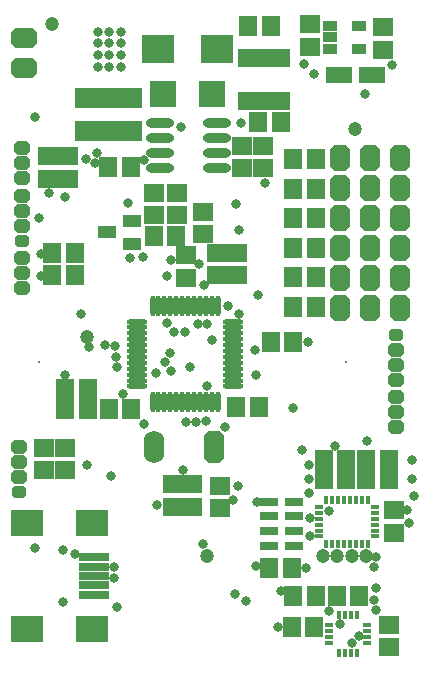
<source format=gts>
%FSLAX25Y25*%
%MOIN*%
G70*
G01*
G75*
G04 Layer_Color=8388736*
%ADD10R,0.05906X0.05118*%
%ADD11R,0.05118X0.05906*%
%ADD12R,0.10630X0.06299*%
%ADD13R,0.07874X0.07874*%
%ADD14C,0.03937*%
%ADD15R,0.10236X0.08661*%
%ADD16R,0.07874X0.04724*%
%ADD17R,0.05118X0.06299*%
%ADD18R,0.05512X0.03543*%
%ADD19R,0.09843X0.07874*%
%ADD20R,0.09055X0.01969*%
%ADD21R,0.16535X0.05512*%
%ADD22O,0.08661X0.02362*%
%ADD23R,0.04331X0.02559*%
%ADD24O,0.00984X0.05906*%
%ADD25O,0.05906X0.00984*%
%ADD26R,0.02362X0.00984*%
%ADD27R,0.00984X0.02362*%
%ADD28R,0.02165X0.00984*%
%ADD29R,0.00984X0.02165*%
%ADD30R,0.05118X0.02165*%
%ADD31C,0.01181*%
%ADD32C,0.00800*%
%ADD33C,0.01200*%
%ADD34C,0.02000*%
%ADD35C,0.01000*%
%ADD36C,0.00787*%
%ADD37C,0.01969*%
%ADD38C,0.02362*%
G04:AMPARAMS|DCode=39|XSize=35.43mil|YSize=47.24mil|CornerRadius=0mil|HoleSize=0mil|Usage=FLASHONLY|Rotation=90.000|XOffset=0mil|YOffset=0mil|HoleType=Round|Shape=Octagon|*
%AMOCTAGOND39*
4,1,8,-0.02362,-0.00886,-0.02362,0.00886,-0.01476,0.01772,0.01476,0.01772,0.02362,0.00886,0.02362,-0.00886,0.01476,-0.01772,-0.01476,-0.01772,-0.02362,-0.00886,0.0*
%
%ADD39OCTAGOND39*%

G04:AMPARAMS|DCode=40|XSize=80mil|YSize=60mil|CornerRadius=0mil|HoleSize=0mil|Usage=FLASHONLY|Rotation=90.000|XOffset=0mil|YOffset=0mil|HoleType=Round|Shape=Octagon|*
%AMOCTAGOND40*
4,1,8,0.01500,0.04000,-0.01500,0.04000,-0.03000,0.02500,-0.03000,-0.02500,-0.01500,-0.04000,0.01500,-0.04000,0.03000,-0.02500,0.03000,0.02500,0.01500,0.04000,0.0*
%
%ADD40OCTAGOND40*%

G04:AMPARAMS|DCode=41|XSize=31.5mil|YSize=39.37mil|CornerRadius=0mil|HoleSize=0mil|Usage=FLASHONLY|Rotation=270.000|XOffset=0mil|YOffset=0mil|HoleType=Round|Shape=Octagon|*
%AMOCTAGOND41*
4,1,8,0.01969,0.00787,0.01969,-0.00787,0.01181,-0.01575,-0.01181,-0.01575,-0.01969,-0.00787,-0.01969,0.00787,-0.01181,0.01575,0.01181,0.01575,0.01969,0.00787,0.0*
%
%ADD41OCTAGOND41*%

G04:AMPARAMS|DCode=42|XSize=80mil|YSize=60mil|CornerRadius=0mil|HoleSize=0mil|Usage=FLASHONLY|Rotation=0.000|XOffset=0mil|YOffset=0mil|HoleType=Round|Shape=Octagon|*
%AMOCTAGOND42*
4,1,8,0.04000,-0.01500,0.04000,0.01500,0.02500,0.03000,-0.02500,0.03000,-0.04000,0.01500,-0.04000,-0.01500,-0.02500,-0.03000,0.02500,-0.03000,0.04000,-0.01500,0.0*
%
%ADD42OCTAGOND42*%

G04:AMPARAMS|DCode=43|XSize=100mil|YSize=60mil|CornerRadius=0mil|HoleSize=0mil|Usage=FLASHONLY|Rotation=270.000|XOffset=0mil|YOffset=0mil|HoleType=Round|Shape=Octagon|*
%AMOCTAGOND43*
4,1,8,-0.01500,-0.05000,0.01500,-0.05000,0.03000,-0.03500,0.03000,0.03500,0.01500,0.05000,-0.01500,0.05000,-0.03000,0.03500,-0.03000,-0.03500,-0.01500,-0.05000,0.0*
%
%ADD43OCTAGOND43*%

%ADD44O,0.06000X0.10000*%
%ADD45R,0.06102X0.03937*%
%ADD46R,0.03150X0.05906*%
%ADD47R,0.05906X0.05906*%
%ADD48R,0.06890X0.02756*%
%ADD49R,0.05906X0.05118*%
%ADD50R,0.05512X0.03150*%
%ADD51R,0.09449X0.02913*%
%ADD52C,0.00984*%
%ADD53C,0.02362*%
%ADD54C,0.00394*%
%ADD55C,0.00827*%
%ADD56C,0.00600*%
%ADD57R,0.03937X0.10236*%
%ADD58R,0.06706X0.05918*%
%ADD59R,0.05918X0.06706*%
%ADD60R,0.11430X0.07099*%
%ADD61R,0.08674X0.08674*%
%ADD62C,0.04737*%
%ADD63R,0.11036X0.09461*%
%ADD64R,0.08674X0.05524*%
%ADD65R,0.05918X0.07099*%
%ADD66R,0.06312X0.04343*%
%ADD67R,0.10642X0.08674*%
%ADD68R,0.09855X0.02769*%
%ADD69R,0.17335X0.06312*%
%ADD70O,0.09461X0.03162*%
%ADD71R,0.05131X0.03359*%
%ADD72O,0.01784X0.06706*%
%ADD73O,0.06706X0.01784*%
%ADD74R,0.03162X0.01784*%
%ADD75R,0.01784X0.03162*%
%ADD76R,0.02965X0.01784*%
%ADD77R,0.01784X0.02965*%
%ADD78R,0.05918X0.02965*%
%ADD79R,0.00800X0.00800*%
%ADD80C,0.03162*%
G04:AMPARAMS|DCode=81|XSize=43.43mil|YSize=55.24mil|CornerRadius=0mil|HoleSize=0mil|Usage=FLASHONLY|Rotation=90.000|XOffset=0mil|YOffset=0mil|HoleType=Round|Shape=Octagon|*
%AMOCTAGOND81*
4,1,8,-0.02762,-0.01086,-0.02762,0.01086,-0.01676,0.02172,0.01676,0.02172,0.02762,0.01086,0.02762,-0.01086,0.01676,-0.02172,-0.01676,-0.02172,-0.02762,-0.01086,0.0*
%
%ADD81OCTAGOND81*%

G04:AMPARAMS|DCode=82|XSize=88mil|YSize=68mil|CornerRadius=0mil|HoleSize=0mil|Usage=FLASHONLY|Rotation=90.000|XOffset=0mil|YOffset=0mil|HoleType=Round|Shape=Octagon|*
%AMOCTAGOND82*
4,1,8,0.01700,0.04400,-0.01700,0.04400,-0.03400,0.02700,-0.03400,-0.02700,-0.01700,-0.04400,0.01700,-0.04400,0.03400,-0.02700,0.03400,0.02700,0.01700,0.04400,0.0*
%
%ADD82OCTAGOND82*%

G04:AMPARAMS|DCode=83|XSize=39.5mil|YSize=47.37mil|CornerRadius=0mil|HoleSize=0mil|Usage=FLASHONLY|Rotation=270.000|XOffset=0mil|YOffset=0mil|HoleType=Round|Shape=Octagon|*
%AMOCTAGOND83*
4,1,8,0.02369,0.00987,0.02369,-0.00987,0.01381,-0.01975,-0.01381,-0.01975,-0.02369,-0.00987,-0.02369,0.00987,-0.01381,0.01975,0.01381,0.01975,0.02369,0.00987,0.0*
%
%ADD83OCTAGOND83*%

G04:AMPARAMS|DCode=84|XSize=88mil|YSize=68mil|CornerRadius=0mil|HoleSize=0mil|Usage=FLASHONLY|Rotation=0.000|XOffset=0mil|YOffset=0mil|HoleType=Round|Shape=Octagon|*
%AMOCTAGOND84*
4,1,8,0.04400,-0.01700,0.04400,0.01700,0.02700,0.03400,-0.02700,0.03400,-0.04400,0.01700,-0.04400,-0.01700,-0.02700,-0.03400,0.02700,-0.03400,0.04400,-0.01700,0.0*
%
%ADD84OCTAGOND84*%

G04:AMPARAMS|DCode=85|XSize=108mil|YSize=68mil|CornerRadius=0mil|HoleSize=0mil|Usage=FLASHONLY|Rotation=270.000|XOffset=0mil|YOffset=0mil|HoleType=Round|Shape=Octagon|*
%AMOCTAGOND85*
4,1,8,-0.01700,-0.05400,0.01700,-0.05400,0.03400,-0.03700,0.03400,0.03700,0.01700,0.05400,-0.01700,0.05400,-0.03400,0.03700,-0.03400,-0.03700,-0.01700,-0.05400,0.0*
%
%ADD85OCTAGOND85*%

%ADD86O,0.06800X0.10800*%
%ADD87R,0.00800X0.00800*%
D58*
X469488Y348228D02*
D03*
Y355709D02*
D03*
X476378D02*
D03*
Y348228D02*
D03*
X491929Y396063D02*
D03*
Y388583D02*
D03*
X518504Y195866D02*
D03*
Y188386D02*
D03*
X467717Y312402D02*
D03*
Y319882D02*
D03*
X462205Y242323D02*
D03*
Y234842D02*
D03*
X461024Y312402D02*
D03*
Y319882D02*
D03*
X516339Y395079D02*
D03*
Y387598D02*
D03*
X450787Y311614D02*
D03*
Y319094D02*
D03*
X452756Y242717D02*
D03*
Y235236D02*
D03*
X446457Y242717D02*
D03*
Y235236D02*
D03*
X440158Y339961D02*
D03*
Y332480D02*
D03*
X447638Y339961D02*
D03*
Y332480D02*
D03*
X456299Y326181D02*
D03*
Y333661D02*
D03*
X520079Y226575D02*
D03*
Y234055D02*
D03*
X404724Y352165D02*
D03*
Y344685D02*
D03*
X411417Y352165D02*
D03*
Y344685D02*
D03*
X410236Y247441D02*
D03*
Y254921D02*
D03*
X403543Y247441D02*
D03*
Y254921D02*
D03*
D59*
X478937Y395472D02*
D03*
X471457D02*
D03*
X482283Y363583D02*
D03*
X474803D02*
D03*
X432283Y348622D02*
D03*
X424803D02*
D03*
X478937Y290158D02*
D03*
X486417D02*
D03*
X425000Y267717D02*
D03*
X432480D02*
D03*
X475000Y268504D02*
D03*
X467520D02*
D03*
X510827Y250787D02*
D03*
X518307D02*
D03*
X510827Y244488D02*
D03*
X518307D02*
D03*
X504134D02*
D03*
X496654D02*
D03*
X504134Y250787D02*
D03*
X496654D02*
D03*
X493504Y195276D02*
D03*
X486024D02*
D03*
X493898Y205512D02*
D03*
X486417D02*
D03*
X478543Y214961D02*
D03*
X486024D02*
D03*
X508465Y205512D02*
D03*
X500984D02*
D03*
X410433Y267717D02*
D03*
X417913D02*
D03*
X417913Y274410D02*
D03*
X410433D02*
D03*
X439961Y325590D02*
D03*
X447441D02*
D03*
X486417Y351181D02*
D03*
X493898D02*
D03*
X486417Y341339D02*
D03*
X493898D02*
D03*
X486417Y301969D02*
D03*
X493898D02*
D03*
X486417Y311811D02*
D03*
X493898D02*
D03*
X486417Y321654D02*
D03*
X493898D02*
D03*
X486417Y331496D02*
D03*
X493898D02*
D03*
D60*
X419488Y371457D02*
D03*
Y360433D02*
D03*
X430512Y371457D02*
D03*
Y360433D02*
D03*
D61*
X442913Y373031D02*
D03*
X459449D02*
D03*
D62*
X417717Y291929D02*
D03*
X501181Y218898D02*
D03*
X505905D02*
D03*
X496360D02*
D03*
X510630D02*
D03*
X406102Y396260D02*
D03*
X457874Y218898D02*
D03*
X506890Y361221D02*
D03*
D63*
X461024Y387992D02*
D03*
X441339D02*
D03*
D64*
X501575Y379134D02*
D03*
X512598D02*
D03*
D65*
X413583Y312692D02*
D03*
X406102D02*
D03*
X413583Y319779D02*
D03*
X406102D02*
D03*
D66*
X424409Y326772D02*
D03*
X432677Y323031D02*
D03*
Y330512D02*
D03*
D67*
X419488Y194685D02*
D03*
Y229724D02*
D03*
X397835D02*
D03*
Y194685D02*
D03*
D68*
X419882Y205906D02*
D03*
Y209055D02*
D03*
Y212205D02*
D03*
Y215354D02*
D03*
Y218504D02*
D03*
D69*
X476772Y385039D02*
D03*
Y370472D02*
D03*
D70*
X461024Y348209D02*
D03*
Y353209D02*
D03*
Y358209D02*
D03*
Y363209D02*
D03*
X442126Y348209D02*
D03*
Y353209D02*
D03*
Y358209D02*
D03*
Y363209D02*
D03*
D71*
X498819Y395472D02*
D03*
Y391732D02*
D03*
Y387992D02*
D03*
X508268D02*
D03*
Y395472D02*
D03*
D72*
X461221Y270276D02*
D03*
X459252D02*
D03*
X457283D02*
D03*
X455315D02*
D03*
X453346D02*
D03*
X451378D02*
D03*
X449409D02*
D03*
X447441D02*
D03*
X445472D02*
D03*
X443504D02*
D03*
X441535D02*
D03*
X439567D02*
D03*
Y302165D02*
D03*
X441535D02*
D03*
X443504D02*
D03*
X445472D02*
D03*
X447441D02*
D03*
X449409D02*
D03*
X451378D02*
D03*
X453346D02*
D03*
X455315D02*
D03*
X457283D02*
D03*
X459252D02*
D03*
X461221D02*
D03*
D73*
X434449Y275394D02*
D03*
Y277362D02*
D03*
Y279331D02*
D03*
Y281299D02*
D03*
Y283268D02*
D03*
Y285236D02*
D03*
Y287205D02*
D03*
Y289173D02*
D03*
Y291142D02*
D03*
Y293110D02*
D03*
Y295079D02*
D03*
Y297047D02*
D03*
X466339D02*
D03*
Y295079D02*
D03*
Y293110D02*
D03*
Y291142D02*
D03*
Y289173D02*
D03*
Y287205D02*
D03*
Y285236D02*
D03*
Y283268D02*
D03*
Y281299D02*
D03*
Y279331D02*
D03*
Y277362D02*
D03*
Y275394D02*
D03*
D74*
X495031Y235215D02*
D03*
Y233315D02*
D03*
Y231315D02*
D03*
Y229315D02*
D03*
Y227315D02*
D03*
Y225415D02*
D03*
X513631D02*
D03*
Y227315D02*
D03*
Y229315D02*
D03*
Y231315D02*
D03*
Y233315D02*
D03*
Y235215D02*
D03*
D75*
X497431Y223015D02*
D03*
X499431D02*
D03*
X501331D02*
D03*
X503331D02*
D03*
X505331D02*
D03*
X507331D02*
D03*
X509231D02*
D03*
X511231D02*
D03*
Y237615D02*
D03*
X509231D02*
D03*
X507331D02*
D03*
X505331D02*
D03*
X503331D02*
D03*
X501331D02*
D03*
X499431D02*
D03*
X497431D02*
D03*
D76*
X498524Y195866D02*
D03*
Y193898D02*
D03*
Y191929D02*
D03*
Y189961D02*
D03*
X510925D02*
D03*
Y191929D02*
D03*
Y193898D02*
D03*
Y195866D02*
D03*
D77*
X501772Y186713D02*
D03*
X503740D02*
D03*
X505709D02*
D03*
X507677D02*
D03*
Y199114D02*
D03*
X505709D02*
D03*
X503740D02*
D03*
X501772D02*
D03*
D78*
X486614Y222244D02*
D03*
Y227165D02*
D03*
Y232087D02*
D03*
Y237008D02*
D03*
X478346Y222244D02*
D03*
Y227165D02*
D03*
Y232087D02*
D03*
Y237008D02*
D03*
D79*
X417717Y291929D02*
D03*
X505905Y218898D02*
D03*
X496360D02*
D03*
X510630D02*
D03*
X406102Y396260D02*
D03*
X457874Y218898D02*
D03*
D80*
X409646Y220866D02*
D03*
Y203544D02*
D03*
X436417Y318504D02*
D03*
X444260Y312067D02*
D03*
X429134Y393701D02*
D03*
Y389764D02*
D03*
Y385827D02*
D03*
Y381890D02*
D03*
X425197Y393701D02*
D03*
Y389764D02*
D03*
Y385827D02*
D03*
Y381890D02*
D03*
X421260Y393701D02*
D03*
Y389764D02*
D03*
Y385827D02*
D03*
Y381890D02*
D03*
X420472Y350000D02*
D03*
X417322Y351180D02*
D03*
X421209Y353324D02*
D03*
X436811Y350920D02*
D03*
X477165Y343307D02*
D03*
X510433Y372835D02*
D03*
X493307Y379528D02*
D03*
X490158Y382874D02*
D03*
X519387Y382384D02*
D03*
X469095Y363189D02*
D03*
X449016Y362008D02*
D03*
X467323Y336221D02*
D03*
X440550Y279921D02*
D03*
X464764Y302165D02*
D03*
X526772Y238976D02*
D03*
X457874Y296063D02*
D03*
X431890Y318110D02*
D03*
X431496Y336614D02*
D03*
X474015Y279133D02*
D03*
X473622Y287402D02*
D03*
X427558Y281889D02*
D03*
X427362Y285236D02*
D03*
X427165Y288976D02*
D03*
X423621Y289370D02*
D03*
X415748Y299606D02*
D03*
X425591Y245669D02*
D03*
X417717Y249213D02*
D03*
X445669Y280709D02*
D03*
X456299Y222835D02*
D03*
X449606Y247638D02*
D03*
X457312Y264006D02*
D03*
X454043Y263386D02*
D03*
X450681D02*
D03*
X426772Y211417D02*
D03*
Y215354D02*
D03*
X489370Y254331D02*
D03*
X500394Y255512D02*
D03*
X418503Y288582D02*
D03*
X401575Y331496D02*
D03*
X446850Y293701D02*
D03*
X410236Y338570D02*
D03*
X474016Y215551D02*
D03*
X474409Y237008D02*
D03*
X468110Y242126D02*
D03*
X457873Y275590D02*
D03*
X511024Y257087D02*
D03*
X445276Y286614D02*
D03*
X470866Y203937D02*
D03*
X486221Y268110D02*
D03*
X498425Y233858D02*
D03*
X498424Y200393D02*
D03*
X491732Y239902D02*
D03*
X400394Y365354D02*
D03*
X444488Y296457D02*
D03*
X450387Y293701D02*
D03*
X454724Y296063D02*
D03*
X459448Y290944D02*
D03*
X451968Y281890D02*
D03*
X402362Y312205D02*
D03*
Y319685D02*
D03*
X445668Y317716D02*
D03*
X413779Y219685D02*
D03*
X400394Y221654D02*
D03*
X506174Y189764D02*
D03*
X501967Y196063D02*
D03*
X481496Y195276D02*
D03*
X482283Y207087D02*
D03*
X490551Y214961D02*
D03*
X466929Y206299D02*
D03*
X466535Y237402D02*
D03*
X440945Y235827D02*
D03*
X463779Y261811D02*
D03*
X436614Y262992D02*
D03*
X443703Y283467D02*
D03*
X429809Y272722D02*
D03*
X410236Y279134D02*
D03*
X491339Y290158D02*
D03*
X525984Y244488D02*
D03*
Y250787D02*
D03*
X491732Y244488D02*
D03*
Y249213D02*
D03*
X492126Y225590D02*
D03*
Y231496D02*
D03*
X427559Y201969D02*
D03*
X525197Y229921D02*
D03*
X405118Y339764D02*
D03*
X468504Y299606D02*
D03*
X474803Y305906D02*
D03*
X456693Y309055D02*
D03*
X455118Y316142D02*
D03*
X468504Y327559D02*
D03*
X524409Y234252D02*
D03*
X513386Y215354D02*
D03*
X514137Y218540D02*
D03*
X513386Y204331D02*
D03*
X508267Y192126D02*
D03*
X514173Y200787D02*
D03*
X514172Y208267D02*
D03*
D81*
X396063Y344724D02*
D03*
Y349724D02*
D03*
Y354724D02*
D03*
X520866Y277559D02*
D03*
Y282559D02*
D03*
Y287559D02*
D03*
Y262047D02*
D03*
Y267047D02*
D03*
Y272047D02*
D03*
X394882Y255118D02*
D03*
Y250118D02*
D03*
Y245118D02*
D03*
X396063Y318268D02*
D03*
Y313268D02*
D03*
Y308268D02*
D03*
Y338976D02*
D03*
Y333976D02*
D03*
Y328976D02*
D03*
D82*
X522205Y351496D02*
D03*
X512205D02*
D03*
X502205D02*
D03*
X522205Y341496D02*
D03*
X512205D02*
D03*
X502205D02*
D03*
X522205Y331496D02*
D03*
X512205D02*
D03*
X502205D02*
D03*
X522205Y321496D02*
D03*
X512205D02*
D03*
X502205D02*
D03*
X522205Y311496D02*
D03*
X512205D02*
D03*
X502205D02*
D03*
X522205Y301496D02*
D03*
X512205D02*
D03*
X502205D02*
D03*
D83*
X520866Y292559D02*
D03*
X394882Y240118D02*
D03*
X396063Y323976D02*
D03*
D84*
X396850Y381496D02*
D03*
Y391496D02*
D03*
D85*
X460000Y255118D02*
D03*
D86*
X440000D02*
D03*
D87*
X501181Y218898D02*
D03*
X503937Y283465D02*
D03*
X401575D02*
D03*
M02*

</source>
